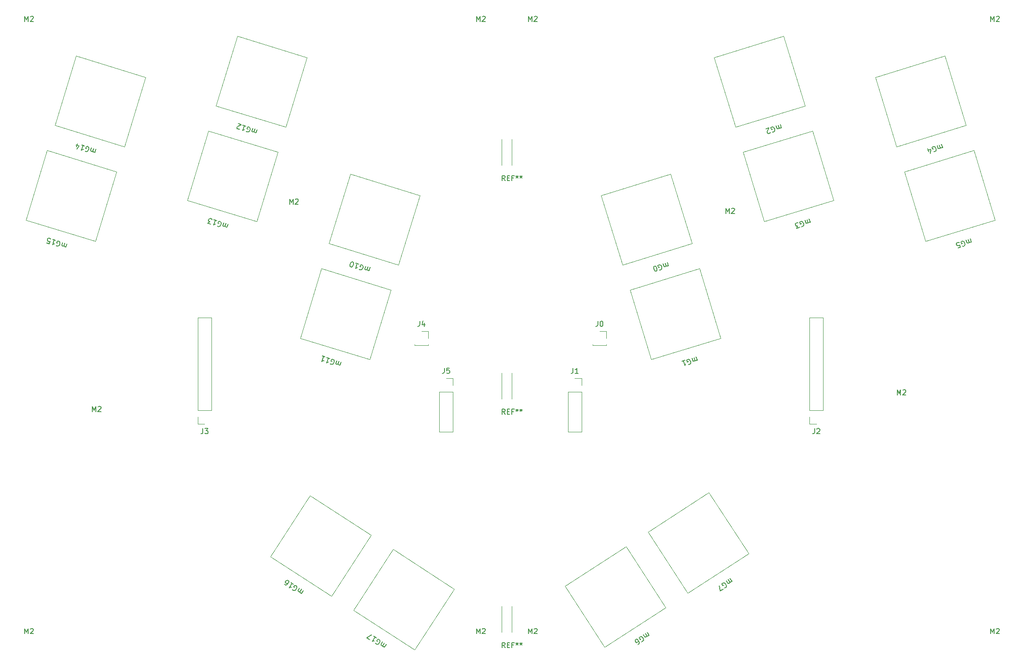
<source format=gto>
G04 #@! TF.GenerationSoftware,KiCad,Pcbnew,(6.0.10)*
G04 #@! TF.CreationDate,2023-07-09T19:41:39+01:00*
G04 #@! TF.ProjectId,magnetonekeys,6d61676e-6574-46f6-9e65-6b6579732e6b,rev?*
G04 #@! TF.SameCoordinates,Original*
G04 #@! TF.FileFunction,Legend,Top*
G04 #@! TF.FilePolarity,Positive*
%FSLAX46Y46*%
G04 Gerber Fmt 4.6, Leading zero omitted, Abs format (unit mm)*
G04 Created by KiCad (PCBNEW (6.0.10)) date 2023-07-09 19:41:39*
%MOMM*%
%LPD*%
G01*
G04 APERTURE LIST*
%ADD10C,0.150000*%
%ADD11C,0.120000*%
%ADD12C,2.200000*%
%ADD13C,0.500000*%
%ADD14C,1.750000*%
%ADD15R,1.700000X1.700000*%
%ADD16O,1.700000X1.700000*%
%ADD17C,2.400000*%
%ADD18O,2.400000X2.400000*%
G04 APERTURE END LIST*
D10*
X73584226Y-108239255D02*
X73584226Y-107239255D01*
X73917559Y-107953541D01*
X74250892Y-107239255D01*
X74250892Y-108239255D01*
X74679464Y-107334494D02*
X74727083Y-107286875D01*
X74822321Y-107239255D01*
X75060416Y-107239255D01*
X75155654Y-107286875D01*
X75203273Y-107334494D01*
X75250892Y-107429732D01*
X75250892Y-107524970D01*
X75203273Y-107667827D01*
X74631845Y-108239255D01*
X75250892Y-108239255D01*
X111584226Y-68239255D02*
X111584226Y-67239255D01*
X111917559Y-67953541D01*
X112250892Y-67239255D01*
X112250892Y-68239255D01*
X112679464Y-67334494D02*
X112727083Y-67286875D01*
X112822321Y-67239255D01*
X113060416Y-67239255D01*
X113155654Y-67286875D01*
X113203273Y-67334494D01*
X113250892Y-67429732D01*
X113250892Y-67524970D01*
X113203273Y-67667827D01*
X112631845Y-68239255D01*
X113250892Y-68239255D01*
X228584226Y-105039255D02*
X228584226Y-104039255D01*
X228917559Y-104753541D01*
X229250892Y-104039255D01*
X229250892Y-105039255D01*
X229679464Y-104134494D02*
X229727083Y-104086875D01*
X229822321Y-104039255D01*
X230060416Y-104039255D01*
X230155654Y-104086875D01*
X230203273Y-104134494D01*
X230250892Y-104229732D01*
X230250892Y-104324970D01*
X230203273Y-104467827D01*
X229631845Y-105039255D01*
X230250892Y-105039255D01*
X195584226Y-70039255D02*
X195584226Y-69039255D01*
X195917559Y-69753541D01*
X196250892Y-69039255D01*
X196250892Y-70039255D01*
X196679464Y-69134494D02*
X196727083Y-69086875D01*
X196822321Y-69039255D01*
X197060416Y-69039255D01*
X197155654Y-69086875D01*
X197203273Y-69134494D01*
X197250892Y-69229732D01*
X197250892Y-69324970D01*
X197203273Y-69467827D01*
X196631845Y-70039255D01*
X197250892Y-70039255D01*
X157584226Y-151039255D02*
X157584226Y-150039255D01*
X157917559Y-150753541D01*
X158250892Y-150039255D01*
X158250892Y-151039255D01*
X158679464Y-150134494D02*
X158727083Y-150086875D01*
X158822321Y-150039255D01*
X159060416Y-150039255D01*
X159155654Y-150086875D01*
X159203273Y-150134494D01*
X159250892Y-150229732D01*
X159250892Y-150324970D01*
X159203273Y-150467827D01*
X158631845Y-151039255D01*
X159250892Y-151039255D01*
X157584226Y-33039255D02*
X157584226Y-32039255D01*
X157917559Y-32753541D01*
X158250892Y-32039255D01*
X158250892Y-33039255D01*
X158679464Y-32134494D02*
X158727083Y-32086875D01*
X158822321Y-32039255D01*
X159060416Y-32039255D01*
X159155654Y-32086875D01*
X159203273Y-32134494D01*
X159250892Y-32229732D01*
X159250892Y-32324970D01*
X159203273Y-32467827D01*
X158631845Y-33039255D01*
X159250892Y-33039255D01*
X147584226Y-33039255D02*
X147584226Y-32039255D01*
X147917559Y-32753541D01*
X148250892Y-32039255D01*
X148250892Y-33039255D01*
X148679464Y-32134494D02*
X148727083Y-32086875D01*
X148822321Y-32039255D01*
X149060416Y-32039255D01*
X149155654Y-32086875D01*
X149203273Y-32134494D01*
X149250892Y-32229732D01*
X149250892Y-32324970D01*
X149203273Y-32467827D01*
X148631845Y-33039255D01*
X149250892Y-33039255D01*
X246584226Y-33039255D02*
X246584226Y-32039255D01*
X246917559Y-32753541D01*
X247250892Y-32039255D01*
X247250892Y-33039255D01*
X247679464Y-32134494D02*
X247727083Y-32086875D01*
X247822321Y-32039255D01*
X248060416Y-32039255D01*
X248155654Y-32086875D01*
X248203273Y-32134494D01*
X248250892Y-32229732D01*
X248250892Y-32324970D01*
X248203273Y-32467827D01*
X247631845Y-33039255D01*
X248250892Y-33039255D01*
X246584226Y-151039255D02*
X246584226Y-150039255D01*
X246917559Y-150753541D01*
X247250892Y-150039255D01*
X247250892Y-151039255D01*
X247679464Y-150134494D02*
X247727083Y-150086875D01*
X247822321Y-150039255D01*
X248060416Y-150039255D01*
X248155654Y-150086875D01*
X248203273Y-150134494D01*
X248250892Y-150229732D01*
X248250892Y-150324970D01*
X248203273Y-150467827D01*
X247631845Y-151039255D01*
X248250892Y-151039255D01*
X147584226Y-151039255D02*
X147584226Y-150039255D01*
X147917559Y-150753541D01*
X148250892Y-150039255D01*
X148250892Y-151039255D01*
X148679464Y-150134494D02*
X148727083Y-150086875D01*
X148822321Y-150039255D01*
X149060416Y-150039255D01*
X149155654Y-150086875D01*
X149203273Y-150134494D01*
X149250892Y-150229732D01*
X149250892Y-150324970D01*
X149203273Y-150467827D01*
X148631845Y-151039255D01*
X149250892Y-151039255D01*
X60584226Y-151039255D02*
X60584226Y-150039255D01*
X60917559Y-150753541D01*
X61250892Y-150039255D01*
X61250892Y-151039255D01*
X61679464Y-150134494D02*
X61727083Y-150086875D01*
X61822321Y-150039255D01*
X62060416Y-150039255D01*
X62155654Y-150086875D01*
X62203273Y-150134494D01*
X62250892Y-150229732D01*
X62250892Y-150324970D01*
X62203273Y-150467827D01*
X61631845Y-151039255D01*
X62250892Y-151039255D01*
X60584226Y-33039255D02*
X60584226Y-32039255D01*
X60917559Y-32753541D01*
X61250892Y-32039255D01*
X61250892Y-33039255D01*
X61679464Y-32134494D02*
X61727083Y-32086875D01*
X61822321Y-32039255D01*
X62060416Y-32039255D01*
X62155654Y-32086875D01*
X62203273Y-32134494D01*
X62250892Y-32229732D01*
X62250892Y-32324970D01*
X62203273Y-32467827D01*
X61631845Y-33039255D01*
X62250892Y-33039255D01*
X153060416Y-63739255D02*
X152727083Y-63263065D01*
X152488988Y-63739255D02*
X152488988Y-62739255D01*
X152869940Y-62739255D01*
X152965178Y-62786875D01*
X153012797Y-62834494D01*
X153060416Y-62929732D01*
X153060416Y-63072589D01*
X153012797Y-63167827D01*
X152965178Y-63215446D01*
X152869940Y-63263065D01*
X152488988Y-63263065D01*
X153488988Y-63215446D02*
X153822321Y-63215446D01*
X153965178Y-63739255D02*
X153488988Y-63739255D01*
X153488988Y-62739255D01*
X153965178Y-62739255D01*
X154727083Y-63215446D02*
X154393750Y-63215446D01*
X154393750Y-63739255D02*
X154393750Y-62739255D01*
X154869940Y-62739255D01*
X155393750Y-62739255D02*
X155393750Y-62977351D01*
X155155654Y-62882113D02*
X155393750Y-62977351D01*
X155631845Y-62882113D01*
X155250892Y-63167827D02*
X155393750Y-62977351D01*
X155536607Y-63167827D01*
X156155654Y-62739255D02*
X156155654Y-62977351D01*
X155917559Y-62882113D02*
X156155654Y-62977351D01*
X156393750Y-62882113D01*
X156012797Y-63167827D02*
X156155654Y-62977351D01*
X156298511Y-63167827D01*
X153060416Y-108739255D02*
X152727083Y-108263065D01*
X152488988Y-108739255D02*
X152488988Y-107739255D01*
X152869940Y-107739255D01*
X152965178Y-107786875D01*
X153012797Y-107834494D01*
X153060416Y-107929732D01*
X153060416Y-108072589D01*
X153012797Y-108167827D01*
X152965178Y-108215446D01*
X152869940Y-108263065D01*
X152488988Y-108263065D01*
X153488988Y-108215446D02*
X153822321Y-108215446D01*
X153965178Y-108739255D02*
X153488988Y-108739255D01*
X153488988Y-107739255D01*
X153965178Y-107739255D01*
X154727083Y-108215446D02*
X154393750Y-108215446D01*
X154393750Y-108739255D02*
X154393750Y-107739255D01*
X154869940Y-107739255D01*
X155393750Y-107739255D02*
X155393750Y-107977351D01*
X155155654Y-107882113D02*
X155393750Y-107977351D01*
X155631845Y-107882113D01*
X155250892Y-108167827D02*
X155393750Y-107977351D01*
X155536607Y-108167827D01*
X156155654Y-107739255D02*
X156155654Y-107977351D01*
X155917559Y-107882113D02*
X156155654Y-107977351D01*
X156393750Y-107882113D01*
X156012797Y-108167827D02*
X156155654Y-107977351D01*
X156298511Y-108167827D01*
X153060416Y-153739255D02*
X152727083Y-153263065D01*
X152488988Y-153739255D02*
X152488988Y-152739255D01*
X152869940Y-152739255D01*
X152965178Y-152786875D01*
X153012797Y-152834494D01*
X153060416Y-152929732D01*
X153060416Y-153072589D01*
X153012797Y-153167827D01*
X152965178Y-153215446D01*
X152869940Y-153263065D01*
X152488988Y-153263065D01*
X153488988Y-153215446D02*
X153822321Y-153215446D01*
X153965178Y-153739255D02*
X153488988Y-153739255D01*
X153488988Y-152739255D01*
X153965178Y-152739255D01*
X154727083Y-153215446D02*
X154393750Y-153215446D01*
X154393750Y-153739255D02*
X154393750Y-152739255D01*
X154869940Y-152739255D01*
X155393750Y-152739255D02*
X155393750Y-152977351D01*
X155155654Y-152882113D02*
X155393750Y-152977351D01*
X155631845Y-152882113D01*
X155250892Y-153167827D02*
X155393750Y-152977351D01*
X155536607Y-153167827D01*
X156155654Y-152739255D02*
X156155654Y-152977351D01*
X155917559Y-152882113D02*
X156155654Y-152977351D01*
X156393750Y-152882113D01*
X156012797Y-153167827D02*
X156155654Y-152977351D01*
X156298511Y-153167827D01*
X180422493Y-150758245D02*
X180785585Y-151317358D01*
X180733715Y-151237485D02*
X180719713Y-151303357D01*
X180665775Y-151395164D01*
X180545965Y-151472970D01*
X180440157Y-151484903D01*
X180348350Y-151430965D01*
X180063062Y-150991661D01*
X180348350Y-151430965D02*
X180360283Y-151536774D01*
X180306345Y-151628581D01*
X180186535Y-151706386D01*
X180080726Y-151718320D01*
X179988919Y-151664382D01*
X179703632Y-151225078D01*
X179383665Y-152568451D02*
X179489474Y-152556517D01*
X179609284Y-152478712D01*
X179703159Y-152360970D01*
X179731162Y-152229226D01*
X179719228Y-152123417D01*
X179655424Y-151937735D01*
X179577619Y-151817925D01*
X179433941Y-151684114D01*
X179342134Y-151630175D01*
X179210390Y-151602172D01*
X179064645Y-151640041D01*
X178984772Y-151691912D01*
X178890897Y-151809654D01*
X178876895Y-151875526D01*
X179058442Y-152155083D01*
X179218188Y-152051342D01*
X178650803Y-153101156D02*
X178810550Y-152997416D01*
X178864488Y-152905609D01*
X178878490Y-152839737D01*
X178880558Y-152668056D01*
X178816754Y-152482374D01*
X178609272Y-152162881D01*
X178517465Y-152108943D01*
X178451593Y-152094941D01*
X178345785Y-152106875D01*
X178186038Y-152210616D01*
X178132100Y-152302423D01*
X178118098Y-152368294D01*
X178130032Y-152474103D01*
X178259708Y-152673787D01*
X178351515Y-152727725D01*
X178417387Y-152741726D01*
X178523195Y-152729793D01*
X178682942Y-152626052D01*
X178736880Y-152534245D01*
X178750882Y-152468373D01*
X178738948Y-152362564D01*
X141397482Y-99856861D02*
X141397482Y-100571147D01*
X141349863Y-100714004D01*
X141254625Y-100809242D01*
X141111768Y-100856861D01*
X141016530Y-100856861D01*
X142349863Y-99856861D02*
X141873673Y-99856861D01*
X141826054Y-100333052D01*
X141873673Y-100285433D01*
X141968911Y-100237814D01*
X142207006Y-100237814D01*
X142302244Y-100285433D01*
X142349863Y-100333052D01*
X142397482Y-100428290D01*
X142397482Y-100666385D01*
X142349863Y-100761623D01*
X142302244Y-100809242D01*
X142207006Y-100856861D01*
X141968911Y-100856861D01*
X141873673Y-100809242D01*
X141826054Y-100761623D01*
X189876853Y-97686354D02*
X190071767Y-98323890D01*
X190043922Y-98232814D02*
X190012306Y-98292274D01*
X189935152Y-98365658D01*
X189798537Y-98407425D01*
X189693538Y-98389732D01*
X189620155Y-98312578D01*
X189467008Y-97811656D01*
X189620155Y-98312578D02*
X189602461Y-98417577D01*
X189525307Y-98490960D01*
X189388692Y-98532727D01*
X189283693Y-98515034D01*
X189210310Y-98437880D01*
X189057163Y-97936958D01*
X188379307Y-99140096D02*
X188484306Y-99157790D01*
X188620921Y-99116022D01*
X188743614Y-99028717D01*
X188806846Y-98909795D01*
X188824539Y-98804796D01*
X188814387Y-98608720D01*
X188772620Y-98472105D01*
X188671392Y-98303874D01*
X188598009Y-98226720D01*
X188479087Y-98163488D01*
X188328550Y-98159718D01*
X188237473Y-98187562D01*
X188114781Y-98274868D01*
X188083165Y-98334329D01*
X188180622Y-98653097D01*
X188362775Y-98597407D01*
X187144553Y-98521702D02*
X187691013Y-98354632D01*
X187417783Y-98438167D02*
X187710155Y-99394472D01*
X187759464Y-99230012D01*
X187822696Y-99111090D01*
X187899850Y-99037707D01*
X166163016Y-99856861D02*
X166163016Y-100571147D01*
X166115397Y-100714004D01*
X166020159Y-100809242D01*
X165877302Y-100856861D01*
X165782064Y-100856861D01*
X167163016Y-100856861D02*
X166591588Y-100856861D01*
X166877302Y-100856861D02*
X166877302Y-99856861D01*
X166782064Y-99999719D01*
X166686826Y-100094957D01*
X166591588Y-100142576D01*
X212676666Y-111498641D02*
X212676666Y-112212927D01*
X212629047Y-112355784D01*
X212533809Y-112451022D01*
X212390952Y-112498641D01*
X212295714Y-112498641D01*
X213105238Y-111593880D02*
X213152857Y-111546261D01*
X213248095Y-111498641D01*
X213486190Y-111498641D01*
X213581428Y-111546261D01*
X213629047Y-111593880D01*
X213676666Y-111689118D01*
X213676666Y-111784356D01*
X213629047Y-111927213D01*
X213057619Y-112498641D01*
X213676666Y-112498641D01*
X196399168Y-140382873D02*
X196762260Y-140941986D01*
X196710390Y-140862113D02*
X196696388Y-140927985D01*
X196642450Y-141019792D01*
X196522640Y-141097598D01*
X196416832Y-141109531D01*
X196325025Y-141055593D01*
X196039737Y-140616289D01*
X196325025Y-141055593D02*
X196336958Y-141161402D01*
X196283020Y-141253209D01*
X196163210Y-141331014D01*
X196057401Y-141342948D01*
X195965594Y-141289010D01*
X195680307Y-140849706D01*
X195360340Y-142193079D02*
X195466149Y-142181145D01*
X195585959Y-142103340D01*
X195679834Y-141985598D01*
X195707837Y-141853854D01*
X195695903Y-141748045D01*
X195632099Y-141562363D01*
X195554294Y-141442553D01*
X195410616Y-141308742D01*
X195318809Y-141254803D01*
X195187065Y-141226800D01*
X195041320Y-141264669D01*
X194961447Y-141316540D01*
X194867572Y-141434282D01*
X194853570Y-141500154D01*
X195035117Y-141779711D01*
X195194863Y-141675970D01*
X195066782Y-142440497D02*
X194507668Y-142803590D01*
X194322460Y-141731503D01*
X114225530Y-142723824D02*
X113862438Y-143282938D01*
X113914308Y-143203064D02*
X113848436Y-143217066D01*
X113742627Y-143205132D01*
X113622817Y-143127327D01*
X113568879Y-143035519D01*
X113580813Y-142929711D01*
X113866100Y-142490407D01*
X113580813Y-142929711D02*
X113489006Y-142983649D01*
X113383197Y-142971715D01*
X113263387Y-142893910D01*
X113209449Y-142802103D01*
X113221383Y-142696294D01*
X113506670Y-142256991D01*
X112149295Y-142511085D02*
X112203234Y-142602892D01*
X112323044Y-142680698D01*
X112468789Y-142718567D01*
X112600533Y-142690564D01*
X112692340Y-142636626D01*
X112836017Y-142502814D01*
X112913823Y-142383004D01*
X112977627Y-142197322D01*
X112989561Y-142091514D01*
X112961558Y-141959770D01*
X112867683Y-141842027D01*
X112787809Y-141790157D01*
X112642064Y-141752288D01*
X112576192Y-141766290D01*
X112394646Y-142045847D01*
X112554393Y-142149587D01*
X111829329Y-141167712D02*
X112308569Y-141478935D01*
X112068949Y-141323324D02*
X111524310Y-142161994D01*
X111681989Y-142094054D01*
X111813732Y-142066051D01*
X111919541Y-142077985D01*
X110565829Y-141539550D02*
X110725576Y-141643290D01*
X110831384Y-141655224D01*
X110897256Y-141641223D01*
X111054935Y-141573283D01*
X111198613Y-141439471D01*
X111406094Y-141119978D01*
X111418028Y-141014169D01*
X111404026Y-140948297D01*
X111350088Y-140856490D01*
X111190342Y-140752749D01*
X111084533Y-140740816D01*
X111018661Y-140754817D01*
X110926854Y-140808755D01*
X110797178Y-141008439D01*
X110785244Y-141114247D01*
X110799246Y-141180119D01*
X110853184Y-141271926D01*
X111012931Y-141375667D01*
X111118739Y-141387601D01*
X111184611Y-141373599D01*
X111276418Y-141319661D01*
X136634978Y-90798101D02*
X136634978Y-91512387D01*
X136587359Y-91655244D01*
X136492121Y-91750482D01*
X136349264Y-91798101D01*
X136254026Y-91798101D01*
X137539740Y-91131435D02*
X137539740Y-91798101D01*
X137301645Y-90750482D02*
X137063550Y-91464768D01*
X137682597Y-91464768D01*
X170925520Y-90798101D02*
X170925520Y-91512387D01*
X170877901Y-91655244D01*
X170782663Y-91750482D01*
X170639806Y-91798101D01*
X170544568Y-91798101D01*
X171592187Y-90798101D02*
X171687425Y-90798101D01*
X171782663Y-90845721D01*
X171830282Y-90893340D01*
X171877901Y-90988578D01*
X171925520Y-91179054D01*
X171925520Y-91417149D01*
X171877901Y-91607625D01*
X171830282Y-91702863D01*
X171782663Y-91750482D01*
X171687425Y-91798101D01*
X171592187Y-91798101D01*
X171496949Y-91750482D01*
X171449330Y-91702863D01*
X171401711Y-91607625D01*
X171354092Y-91417149D01*
X171354092Y-91179054D01*
X171401711Y-90988578D01*
X171449330Y-90893340D01*
X171496949Y-90845721D01*
X171592187Y-90798101D01*
X105305409Y-53857270D02*
X105110494Y-54494806D01*
X105138339Y-54403730D02*
X105078878Y-54435345D01*
X104973879Y-54453039D01*
X104837264Y-54411271D01*
X104760110Y-54337888D01*
X104742417Y-54232889D01*
X104895564Y-53731968D01*
X104742417Y-54232889D02*
X104669033Y-54310043D01*
X104564034Y-54327737D01*
X104427419Y-54285969D01*
X104350265Y-54212586D01*
X104332572Y-54107587D01*
X104485719Y-53606665D01*
X103250965Y-54225060D02*
X103328119Y-54298443D01*
X103464734Y-54340211D01*
X103615271Y-54336440D01*
X103734193Y-54273208D01*
X103807576Y-54196054D01*
X103908804Y-54027823D01*
X103950572Y-53891208D01*
X103960723Y-53695132D01*
X103943030Y-53590133D01*
X103879798Y-53471212D01*
X103757106Y-53383906D01*
X103666029Y-53356061D01*
X103515492Y-53359832D01*
X103456031Y-53391448D01*
X103358574Y-53710216D01*
X103540727Y-53765906D01*
X102573109Y-53021922D02*
X103119569Y-53188992D01*
X102846339Y-53105457D02*
X102553968Y-54061761D01*
X102686812Y-53952991D01*
X102805733Y-53889760D01*
X102910732Y-53872066D01*
X101944276Y-53775770D02*
X101884815Y-53807386D01*
X101779816Y-53825080D01*
X101552124Y-53755467D01*
X101474970Y-53682084D01*
X101443354Y-53622623D01*
X101425661Y-53517624D01*
X101453506Y-53426548D01*
X101540812Y-53303855D01*
X102254341Y-52924465D01*
X101662343Y-52743473D01*
X74265880Y-57647819D02*
X74070965Y-58285355D01*
X74098810Y-58194279D02*
X74039349Y-58225894D01*
X73934350Y-58243588D01*
X73797735Y-58201820D01*
X73720581Y-58128437D01*
X73702888Y-58023438D01*
X73856035Y-57522517D01*
X73702888Y-58023438D02*
X73629504Y-58100592D01*
X73524505Y-58118286D01*
X73387890Y-58076518D01*
X73310736Y-58003135D01*
X73293043Y-57898136D01*
X73446190Y-57397214D01*
X72211436Y-58015609D02*
X72288590Y-58088992D01*
X72425205Y-58130760D01*
X72575742Y-58126989D01*
X72694664Y-58063757D01*
X72768047Y-57986603D01*
X72869275Y-57818372D01*
X72911043Y-57681757D01*
X72921194Y-57485681D01*
X72903501Y-57380682D01*
X72840269Y-57261761D01*
X72717577Y-57174455D01*
X72626500Y-57146610D01*
X72475963Y-57150381D01*
X72416502Y-57181997D01*
X72319045Y-57500765D01*
X72501198Y-57556455D01*
X71533580Y-56812471D02*
X72080040Y-56979541D01*
X71806810Y-56896006D02*
X71514439Y-57852310D01*
X71647283Y-57743540D01*
X71766204Y-57680309D01*
X71871203Y-57662615D01*
X70518976Y-57199403D02*
X70713891Y-56561867D01*
X70635288Y-57633322D02*
X71071816Y-57019860D01*
X70479818Y-56838868D01*
X127062136Y-80429398D02*
X126867221Y-81066934D01*
X126895066Y-80975858D02*
X126835605Y-81007473D01*
X126730606Y-81025167D01*
X126593991Y-80983399D01*
X126516837Y-80910016D01*
X126499144Y-80805017D01*
X126652291Y-80304096D01*
X126499144Y-80805017D02*
X126425760Y-80882171D01*
X126320761Y-80899865D01*
X126184146Y-80858097D01*
X126106992Y-80784714D01*
X126089299Y-80679715D01*
X126242446Y-80178793D01*
X125007692Y-80797188D02*
X125084846Y-80870571D01*
X125221461Y-80912339D01*
X125371998Y-80908568D01*
X125490920Y-80845336D01*
X125564303Y-80768182D01*
X125665531Y-80599951D01*
X125707299Y-80463336D01*
X125717450Y-80267260D01*
X125699757Y-80162261D01*
X125636525Y-80043340D01*
X125513833Y-79956034D01*
X125422756Y-79928189D01*
X125272219Y-79931960D01*
X125212758Y-79963576D01*
X125115301Y-80282344D01*
X125297454Y-80338034D01*
X124329836Y-79594050D02*
X124876296Y-79761120D01*
X124603066Y-79677585D02*
X124310695Y-80633889D01*
X124443539Y-80525119D01*
X124562460Y-80461888D01*
X124667459Y-80444194D01*
X123445466Y-80369363D02*
X123354390Y-80341518D01*
X123277236Y-80268135D01*
X123245620Y-80208674D01*
X123227926Y-80103675D01*
X123238078Y-79907599D01*
X123307690Y-79679907D01*
X123408918Y-79511676D01*
X123482302Y-79434522D01*
X123541762Y-79402906D01*
X123646761Y-79385213D01*
X123737838Y-79413058D01*
X123814992Y-79486441D01*
X123846608Y-79545902D01*
X123864302Y-79650901D01*
X123854150Y-79846977D01*
X123784538Y-80074668D01*
X123683310Y-80242899D01*
X123609926Y-80320053D01*
X123550466Y-80351669D01*
X123445466Y-80369363D01*
X130202204Y-153099198D02*
X129839112Y-153658312D01*
X129890982Y-153578438D02*
X129825110Y-153592440D01*
X129719301Y-153580506D01*
X129599491Y-153502701D01*
X129545553Y-153410893D01*
X129557487Y-153305085D01*
X129842774Y-152865781D01*
X129557487Y-153305085D02*
X129465680Y-153359023D01*
X129359871Y-153347089D01*
X129240061Y-153269284D01*
X129186123Y-153177477D01*
X129198057Y-153071668D01*
X129483344Y-152632365D01*
X128125969Y-152886459D02*
X128179908Y-152978266D01*
X128299718Y-153056072D01*
X128445463Y-153093941D01*
X128577207Y-153065938D01*
X128669014Y-153012000D01*
X128812691Y-152878188D01*
X128890497Y-152758378D01*
X128954301Y-152572696D01*
X128966235Y-152466888D01*
X128938232Y-152335144D01*
X128844357Y-152217401D01*
X128764483Y-152165531D01*
X128618738Y-152127662D01*
X128552866Y-152141664D01*
X128371320Y-152421221D01*
X128531067Y-152524961D01*
X127806003Y-151543086D02*
X128285243Y-151854309D01*
X128045623Y-151698698D02*
X127500984Y-152537368D01*
X127658663Y-152469428D01*
X127790406Y-152441425D01*
X127896215Y-152453359D01*
X126981807Y-152200211D02*
X126422693Y-151837118D01*
X127326762Y-151231864D01*
X99735728Y-72074876D02*
X99540813Y-72712412D01*
X99568658Y-72621336D02*
X99509197Y-72652951D01*
X99404198Y-72670645D01*
X99267583Y-72628877D01*
X99190429Y-72555494D01*
X99172736Y-72450495D01*
X99325883Y-71949574D01*
X99172736Y-72450495D02*
X99099352Y-72527649D01*
X98994353Y-72545343D01*
X98857738Y-72503575D01*
X98780584Y-72430192D01*
X98762891Y-72325193D01*
X98916038Y-71824271D01*
X97681284Y-72442666D02*
X97758438Y-72516049D01*
X97895053Y-72557817D01*
X98045590Y-72554046D01*
X98164512Y-72490814D01*
X98237895Y-72413660D01*
X98339123Y-72245429D01*
X98380891Y-72108814D01*
X98391042Y-71912738D01*
X98373349Y-71807739D01*
X98310117Y-71688818D01*
X98187425Y-71601512D01*
X98096348Y-71573667D01*
X97945811Y-71577438D01*
X97886350Y-71609054D01*
X97788893Y-71927822D01*
X97971046Y-71983512D01*
X97003428Y-71239528D02*
X97549888Y-71406598D01*
X97276658Y-71323063D02*
X96984287Y-72279367D01*
X97117131Y-72170597D01*
X97236052Y-72107366D01*
X97341051Y-72089672D01*
X96392288Y-72098375D02*
X95800290Y-71917383D01*
X96230438Y-71650534D01*
X96093823Y-71608767D01*
X96016669Y-71535384D01*
X95985053Y-71475923D01*
X95967360Y-71370924D01*
X96036972Y-71143232D01*
X96110355Y-71066078D01*
X96169816Y-71034462D01*
X96274815Y-71016769D01*
X96548045Y-71100303D01*
X96625199Y-71173687D01*
X96656815Y-71233147D01*
X184307174Y-79468748D02*
X184502088Y-80106284D01*
X184474243Y-80015208D02*
X184442627Y-80074668D01*
X184365473Y-80148052D01*
X184228858Y-80189819D01*
X184123859Y-80172126D01*
X184050476Y-80094972D01*
X183897329Y-79594050D01*
X184050476Y-80094972D02*
X184032782Y-80199971D01*
X183955628Y-80273354D01*
X183819013Y-80315121D01*
X183714014Y-80297428D01*
X183640631Y-80220274D01*
X183487484Y-79719352D01*
X182809628Y-80922490D02*
X182914627Y-80940184D01*
X183051242Y-80898416D01*
X183173935Y-80811111D01*
X183237167Y-80692189D01*
X183254860Y-80587190D01*
X183244708Y-80391114D01*
X183202941Y-80254499D01*
X183101713Y-80086268D01*
X183028330Y-80009114D01*
X182909408Y-79945882D01*
X182758871Y-79942112D01*
X182667794Y-79969956D01*
X182545102Y-80057262D01*
X182513486Y-80116723D01*
X182610943Y-80435491D01*
X182793096Y-80379801D01*
X182186014Y-81162943D02*
X182094938Y-81190788D01*
X181989939Y-81173095D01*
X181930478Y-81141479D01*
X181857094Y-81064325D01*
X181755866Y-80896094D01*
X181686254Y-80668402D01*
X181676102Y-80472326D01*
X181693796Y-80367327D01*
X181725412Y-80307866D01*
X181802566Y-80234483D01*
X181893643Y-80206638D01*
X181998642Y-80224332D01*
X182058102Y-80255948D01*
X182131486Y-80333102D01*
X182232714Y-80501333D01*
X182302326Y-80729024D01*
X182312478Y-80925100D01*
X182294784Y-81030099D01*
X182263168Y-81089560D01*
X182186014Y-81162943D01*
X121492457Y-98647004D02*
X121297542Y-99284540D01*
X121325387Y-99193464D02*
X121265926Y-99225079D01*
X121160927Y-99242773D01*
X121024312Y-99201005D01*
X120947158Y-99127622D01*
X120929465Y-99022623D01*
X121082612Y-98521702D01*
X120929465Y-99022623D02*
X120856081Y-99099777D01*
X120751082Y-99117471D01*
X120614467Y-99075703D01*
X120537313Y-99002320D01*
X120519620Y-98897321D01*
X120672767Y-98396399D01*
X119438013Y-99014794D02*
X119515167Y-99088177D01*
X119651782Y-99129945D01*
X119802319Y-99126174D01*
X119921241Y-99062942D01*
X119994624Y-98985788D01*
X120095852Y-98817557D01*
X120137620Y-98680942D01*
X120147771Y-98484866D01*
X120130078Y-98379867D01*
X120066846Y-98260946D01*
X119944154Y-98173640D01*
X119853077Y-98145795D01*
X119702540Y-98149566D01*
X119643079Y-98181182D01*
X119545622Y-98499950D01*
X119727775Y-98555640D01*
X118760157Y-97811656D02*
X119306617Y-97978726D01*
X119033387Y-97895191D02*
X118741016Y-98851495D01*
X118873860Y-98742725D01*
X118992781Y-98679494D01*
X119097780Y-98661800D01*
X117849391Y-97533207D02*
X118395851Y-97700276D01*
X118122621Y-97616742D02*
X117830249Y-98573046D01*
X117963093Y-98464276D01*
X118082015Y-98401044D01*
X118187014Y-98383351D01*
X206063901Y-52896620D02*
X206258815Y-53534156D01*
X206230970Y-53443080D02*
X206199354Y-53502540D01*
X206122200Y-53575924D01*
X205985585Y-53617691D01*
X205880586Y-53599998D01*
X205807203Y-53522844D01*
X205654056Y-53021922D01*
X205807203Y-53522844D02*
X205789509Y-53627843D01*
X205712355Y-53701226D01*
X205575740Y-53742993D01*
X205470741Y-53725300D01*
X205397358Y-53648146D01*
X205244211Y-53147224D01*
X204566355Y-54350362D02*
X204671354Y-54368056D01*
X204807969Y-54326288D01*
X204930662Y-54238983D01*
X204993894Y-54120061D01*
X205011587Y-54015062D01*
X205001435Y-53818986D01*
X204959668Y-53682371D01*
X204858440Y-53514140D01*
X204785057Y-53436986D01*
X204666135Y-53373754D01*
X204515598Y-53369984D01*
X204424521Y-53397828D01*
X204301829Y-53485134D01*
X204270213Y-53544595D01*
X204367670Y-53863363D01*
X204549823Y-53807673D01*
X204142588Y-54430126D02*
X204110972Y-54489587D01*
X204033818Y-54562970D01*
X203806126Y-54632582D01*
X203701127Y-54614889D01*
X203641666Y-54583273D01*
X203568283Y-54506119D01*
X203540438Y-54415042D01*
X203544209Y-54264505D01*
X203923599Y-53550976D01*
X203331601Y-53731968D01*
X237103430Y-56687169D02*
X237298344Y-57324705D01*
X237270499Y-57233629D02*
X237238883Y-57293089D01*
X237161729Y-57366473D01*
X237025114Y-57408240D01*
X236920115Y-57390547D01*
X236846732Y-57313393D01*
X236693585Y-56812471D01*
X236846732Y-57313393D02*
X236829038Y-57418392D01*
X236751884Y-57491775D01*
X236615269Y-57533542D01*
X236510270Y-57515849D01*
X236436887Y-57438695D01*
X236283740Y-56937773D01*
X235605884Y-58140911D02*
X235710883Y-58158605D01*
X235847498Y-58116837D01*
X235970191Y-58029532D01*
X236033423Y-57910610D01*
X236051116Y-57805611D01*
X236040964Y-57609535D01*
X235999197Y-57472920D01*
X235897969Y-57304689D01*
X235824586Y-57227535D01*
X235705664Y-57164303D01*
X235555127Y-57160533D01*
X235464050Y-57188377D01*
X235341358Y-57275683D01*
X235309742Y-57335144D01*
X235407199Y-57653912D01*
X235589352Y-57598222D01*
X234657121Y-58132208D02*
X234462207Y-57494672D01*
X234996193Y-58426902D02*
X235015047Y-57674215D01*
X234423049Y-57855207D01*
X242673111Y-74904775D02*
X242868025Y-75542311D01*
X242840180Y-75451235D02*
X242808564Y-75510695D01*
X242731410Y-75584079D01*
X242594795Y-75625846D01*
X242489796Y-75608153D01*
X242416413Y-75530999D01*
X242263266Y-75030077D01*
X242416413Y-75530999D02*
X242398719Y-75635998D01*
X242321565Y-75709381D01*
X242184950Y-75751148D01*
X242079951Y-75733455D01*
X242006568Y-75656301D01*
X241853421Y-75155379D01*
X241175565Y-76358517D02*
X241280564Y-76376211D01*
X241417179Y-76334443D01*
X241539872Y-76247138D01*
X241603104Y-76128216D01*
X241620797Y-76023217D01*
X241610645Y-75827141D01*
X241568878Y-75690526D01*
X241467650Y-75522295D01*
X241394267Y-75445141D01*
X241275345Y-75381909D01*
X241124808Y-75378139D01*
X241033731Y-75405983D01*
X240911039Y-75493289D01*
X240879423Y-75552750D01*
X240976880Y-75871518D01*
X241159033Y-75815828D01*
X240278721Y-76682505D02*
X240734105Y-76543280D01*
X240640418Y-76073975D01*
X240608802Y-76133435D01*
X240531648Y-76206819D01*
X240303957Y-76276431D01*
X240198957Y-76258737D01*
X240139497Y-76227122D01*
X240066113Y-76149967D01*
X239996501Y-75922276D01*
X240014195Y-75817277D01*
X240045810Y-75757816D01*
X240122965Y-75684433D01*
X240350656Y-75614820D01*
X240455655Y-75632514D01*
X240515116Y-75664130D01*
X211633582Y-71114226D02*
X211828496Y-71751762D01*
X211800651Y-71660686D02*
X211769035Y-71720146D01*
X211691881Y-71793530D01*
X211555266Y-71835297D01*
X211450267Y-71817604D01*
X211376884Y-71740450D01*
X211223737Y-71239528D01*
X211376884Y-71740450D02*
X211359190Y-71845449D01*
X211282036Y-71918832D01*
X211145421Y-71960599D01*
X211040422Y-71942906D01*
X210967039Y-71865752D01*
X210813892Y-71364830D01*
X210136036Y-72567968D02*
X210241035Y-72585662D01*
X210377650Y-72543894D01*
X210500343Y-72456589D01*
X210563575Y-72337667D01*
X210581268Y-72232668D01*
X210571116Y-72036592D01*
X210529349Y-71899977D01*
X210428121Y-71731746D01*
X210354738Y-71654592D01*
X210235816Y-71591360D01*
X210085279Y-71587590D01*
X209994202Y-71615434D01*
X209871510Y-71702740D01*
X209839894Y-71762201D01*
X209937351Y-72080969D01*
X210119504Y-72025279D01*
X209785652Y-72724886D02*
X209193654Y-72905878D01*
X209401043Y-72444114D01*
X209264428Y-72485882D01*
X209159428Y-72468188D01*
X209099968Y-72436573D01*
X209026584Y-72359418D01*
X208956972Y-72131727D01*
X208974666Y-72026728D01*
X209006281Y-71967267D01*
X209083436Y-71893884D01*
X209356666Y-71810349D01*
X209461665Y-71828042D01*
X209521125Y-71859658D01*
X68696199Y-75865425D02*
X68501284Y-76502961D01*
X68529129Y-76411885D02*
X68469668Y-76443500D01*
X68364669Y-76461194D01*
X68228054Y-76419426D01*
X68150900Y-76346043D01*
X68133207Y-76241044D01*
X68286354Y-75740123D01*
X68133207Y-76241044D02*
X68059823Y-76318198D01*
X67954824Y-76335892D01*
X67818209Y-76294124D01*
X67741055Y-76220741D01*
X67723362Y-76115742D01*
X67876509Y-75614820D01*
X66641755Y-76233215D02*
X66718909Y-76306598D01*
X66855524Y-76348366D01*
X67006061Y-76344595D01*
X67124983Y-76281363D01*
X67198366Y-76204209D01*
X67299594Y-76035978D01*
X67341362Y-75899363D01*
X67351513Y-75703287D01*
X67333820Y-75598288D01*
X67270588Y-75479367D01*
X67147896Y-75392061D01*
X67056819Y-75364216D01*
X66906282Y-75367987D01*
X66846821Y-75399603D01*
X66749364Y-75718371D01*
X66931517Y-75774061D01*
X65963899Y-75030077D02*
X66510359Y-75197147D01*
X66237129Y-75113612D02*
X65944758Y-76069916D01*
X66077602Y-75961146D01*
X66196523Y-75897915D01*
X66301522Y-75880221D01*
X64806299Y-75721855D02*
X65261683Y-75861080D01*
X65446446Y-75419619D01*
X65386985Y-75451235D01*
X65281986Y-75468928D01*
X65054294Y-75399316D01*
X64977140Y-75325933D01*
X64945524Y-75266472D01*
X64927831Y-75161473D01*
X64997443Y-74933781D01*
X65070826Y-74856627D01*
X65130287Y-74825011D01*
X65235286Y-74807318D01*
X65462978Y-74876930D01*
X65540132Y-74950313D01*
X65571748Y-75009774D01*
X94883832Y-111498641D02*
X94883832Y-112212927D01*
X94836213Y-112355784D01*
X94740975Y-112451022D01*
X94598118Y-112498641D01*
X94502880Y-112498641D01*
X95264785Y-111498641D02*
X95883832Y-111498641D01*
X95550499Y-111879594D01*
X95693356Y-111879594D01*
X95788594Y-111927213D01*
X95836213Y-111974832D01*
X95883832Y-112070070D01*
X95883832Y-112308165D01*
X95836213Y-112403403D01*
X95788594Y-112451022D01*
X95693356Y-112498641D01*
X95407642Y-112498641D01*
X95312404Y-112451022D01*
X95264785Y-112403403D01*
D11*
X154393750Y-55786875D02*
X154393750Y-60786875D01*
X152393750Y-55786875D02*
X152393750Y-60786875D01*
X154393750Y-100786875D02*
X154393750Y-105786875D01*
X152393750Y-100786875D02*
X152393750Y-105786875D01*
X154393750Y-145786875D02*
X154393750Y-150786875D01*
X152393750Y-145786875D02*
X152393750Y-150786875D01*
X164619891Y-141856174D02*
X176361279Y-134231228D01*
X183986225Y-145972616D02*
X172244837Y-153597562D01*
X183986225Y-145972616D02*
X176361279Y-134231228D01*
X172244837Y-153597562D02*
X164619891Y-141856174D01*
X141730816Y-101844481D02*
X143060816Y-101844481D01*
X143060816Y-101844481D02*
X143060816Y-103174481D01*
X140400816Y-104444481D02*
X140400816Y-112124481D01*
X140400816Y-104444481D02*
X143060816Y-104444481D01*
X143060816Y-104444481D02*
X143060816Y-112124481D01*
X140400816Y-112124481D02*
X143060816Y-112124481D01*
X177140161Y-84773347D02*
X190528427Y-80680143D01*
X194621631Y-94068409D02*
X181233365Y-98161613D01*
X194621631Y-94068409D02*
X190528427Y-80680143D01*
X181233365Y-98161613D02*
X177140161Y-84773347D01*
X166496350Y-101844481D02*
X167826350Y-101844481D01*
X167826350Y-101844481D02*
X167826350Y-103174481D01*
X165166350Y-104444481D02*
X165166350Y-112124481D01*
X165166350Y-104444481D02*
X167826350Y-104444481D01*
X167826350Y-104444481D02*
X167826350Y-112124481D01*
X165166350Y-112124481D02*
X167826350Y-112124481D01*
X211680000Y-110606261D02*
X211680000Y-109276261D01*
X214340000Y-108006261D02*
X211680000Y-108006261D01*
X211680000Y-108006261D02*
X211680000Y-90166261D01*
X214340000Y-90166261D02*
X211680000Y-90166261D01*
X214340000Y-108006261D02*
X214340000Y-90166261D01*
X213010000Y-110606261D02*
X211680000Y-110606261D01*
X180596566Y-131480802D02*
X192337954Y-123855856D01*
X199962900Y-135597244D02*
X188221512Y-143222190D01*
X199962900Y-135597244D02*
X192337954Y-123855856D01*
X188221512Y-143222190D02*
X180596566Y-131480802D01*
X115531113Y-124407279D02*
X127272501Y-132032225D01*
X119647555Y-143773613D02*
X107906167Y-136148667D01*
X119647555Y-143773613D02*
X127272501Y-132032225D01*
X107906167Y-136148667D02*
X115531113Y-124407279D01*
X135638312Y-95325721D02*
X135638312Y-95445721D01*
X135638312Y-95445721D02*
X138298312Y-95445721D01*
X138298312Y-95325721D02*
X138298312Y-95445721D01*
X138298312Y-92785721D02*
X138298312Y-94115721D01*
X136968312Y-92785721D02*
X138298312Y-92785721D01*
X169928854Y-95325721D02*
X169928854Y-95445721D01*
X169928854Y-95445721D02*
X172588854Y-95445721D01*
X172588854Y-95325721D02*
X172588854Y-95445721D01*
X172588854Y-92785721D02*
X172588854Y-94115721D01*
X171258854Y-92785721D02*
X172588854Y-92785721D01*
X101511691Y-35890409D02*
X114899957Y-39983613D01*
X110806753Y-53371879D02*
X97418487Y-49278675D01*
X110806753Y-53371879D02*
X114899957Y-39983613D01*
X97418487Y-49278675D02*
X101511691Y-35890409D01*
X70472162Y-39680958D02*
X83860428Y-43774162D01*
X79767224Y-57162428D02*
X66378958Y-53069224D01*
X79767224Y-57162428D02*
X83860428Y-43774162D01*
X66378958Y-53069224D02*
X70472162Y-39680958D01*
X119175214Y-75850803D02*
X123268418Y-62462537D01*
X132563480Y-79944007D02*
X136656684Y-66555741D01*
X132563480Y-79944007D02*
X119175214Y-75850803D01*
X123268418Y-62462537D02*
X136656684Y-66555741D01*
X131507787Y-134782653D02*
X143249175Y-142407599D01*
X135624229Y-154148987D02*
X123882841Y-146524041D01*
X135624229Y-154148987D02*
X143249175Y-142407599D01*
X123882841Y-146524041D02*
X131507787Y-134782653D01*
X95942010Y-54108015D02*
X109330276Y-58201219D01*
X105237072Y-71589485D02*
X91848806Y-67496281D01*
X105237072Y-71589485D02*
X109330276Y-58201219D01*
X91848806Y-67496281D02*
X95942010Y-54108015D01*
X171570482Y-66555741D02*
X184958748Y-62462537D01*
X189051952Y-75850803D02*
X175663686Y-79944007D01*
X189051952Y-75850803D02*
X184958748Y-62462537D01*
X175663686Y-79944007D02*
X171570482Y-66555741D01*
X117698739Y-80680143D02*
X131087005Y-84773347D01*
X126993801Y-98161613D02*
X113605535Y-94068409D01*
X126993801Y-98161613D02*
X131087005Y-84773347D01*
X113605535Y-94068409D02*
X117698739Y-80680143D01*
X193327209Y-39983613D02*
X206715475Y-35890409D01*
X210808679Y-49278675D02*
X197420413Y-53371879D01*
X210808679Y-49278675D02*
X206715475Y-35890409D01*
X197420413Y-53371879D02*
X193327209Y-39983613D01*
X224366738Y-43774162D02*
X237755004Y-39680958D01*
X241848208Y-53069224D02*
X228459942Y-57162428D01*
X241848208Y-53069224D02*
X237755004Y-39680958D01*
X228459942Y-57162428D02*
X224366738Y-43774162D01*
X229936419Y-61991768D02*
X243324685Y-57898564D01*
X247417889Y-71286830D02*
X234029623Y-75380034D01*
X247417889Y-71286830D02*
X243324685Y-57898564D01*
X234029623Y-75380034D02*
X229936419Y-61991768D01*
X198896890Y-58201219D02*
X212285156Y-54108015D01*
X216378360Y-67496281D02*
X202990094Y-71589485D01*
X216378360Y-67496281D02*
X212285156Y-54108015D01*
X202990094Y-71589485D02*
X198896890Y-58201219D01*
X64902481Y-57898564D02*
X78290747Y-61991768D01*
X74197543Y-75380034D02*
X60809277Y-71286830D01*
X74197543Y-75380034D02*
X78290747Y-61991768D01*
X60809277Y-71286830D02*
X64902481Y-57898564D01*
X95217166Y-110606261D02*
X93887166Y-110606261D01*
X96547166Y-108006261D02*
X96547166Y-90166261D01*
X96547166Y-90166261D02*
X93887166Y-90166261D01*
X93887166Y-108006261D02*
X93887166Y-90166261D01*
X96547166Y-108006261D02*
X93887166Y-108006261D01*
X93887166Y-110606261D02*
X93887166Y-109276261D01*
%LPC*%
D12*
X77393750Y-109786875D03*
X112893750Y-64786875D03*
X229393750Y-107786875D03*
X196393750Y-72786875D03*
X158393750Y-153786875D03*
X158393750Y-35786875D03*
X148393750Y-35786875D03*
X247393750Y-35786875D03*
X247393750Y-153786875D03*
X148393750Y-153786875D03*
X61393750Y-153786875D03*
X61393750Y-35786875D03*
D13*
X153393750Y-58286875D03*
X153393750Y-55496875D03*
X153393750Y-61076875D03*
X153393750Y-103286875D03*
X153393750Y-100496875D03*
X153393750Y-106076875D03*
X153393750Y-148286875D03*
X153393750Y-145496875D03*
X153393750Y-151076875D03*
D14*
X170042612Y-146681161D03*
X178563504Y-141147629D03*
D15*
X141730816Y-103174481D03*
D16*
X141730816Y-105714481D03*
X141730816Y-108254481D03*
X141730816Y-110794481D03*
D14*
X181022868Y-90906126D03*
X190738924Y-87935630D03*
D15*
X166496350Y-103174481D03*
D16*
X166496350Y-105714481D03*
X166496350Y-108254481D03*
X166496350Y-110794481D03*
D15*
X213010000Y-109276261D03*
D16*
X213010000Y-106736261D03*
X213010000Y-104196261D03*
X213010000Y-101656261D03*
X213010000Y-99116261D03*
X213010000Y-96576261D03*
X213010000Y-94036261D03*
X213010000Y-91496261D03*
D14*
X186019287Y-136305789D03*
X194540179Y-130772257D03*
X113328888Y-131323680D03*
X121849780Y-136857212D03*
D15*
X136968312Y-94115721D03*
X171258854Y-94115721D03*
D14*
X101301194Y-43145896D03*
X111017250Y-46116392D03*
X70261665Y-46936445D03*
X79977721Y-49906941D03*
X132773977Y-72688520D03*
X123057921Y-69718024D03*
X129305562Y-141699054D03*
X137826454Y-147232586D03*
X95731513Y-61363502D03*
X105447569Y-64333998D03*
X175453189Y-72688520D03*
X185169245Y-69718024D03*
X117488242Y-87935630D03*
X127204298Y-90906126D03*
X197209916Y-46116392D03*
X206925972Y-43145896D03*
X228249445Y-49906941D03*
X237965501Y-46936445D03*
X233819126Y-68124547D03*
X243535182Y-65154051D03*
X202779597Y-64333998D03*
X212495653Y-61363502D03*
X64691984Y-65154051D03*
X74408040Y-68124547D03*
D17*
X143953750Y-119595011D03*
D18*
X143953750Y-134835011D03*
D16*
X95217166Y-91496261D03*
X95217166Y-94036261D03*
X95217166Y-96576261D03*
X95217166Y-99116261D03*
X95217166Y-101656261D03*
X95217166Y-104196261D03*
X95217166Y-106736261D03*
D15*
X95217166Y-109276261D03*
D17*
X164273750Y-119595011D03*
D18*
X164273750Y-134835011D03*
M02*

</source>
